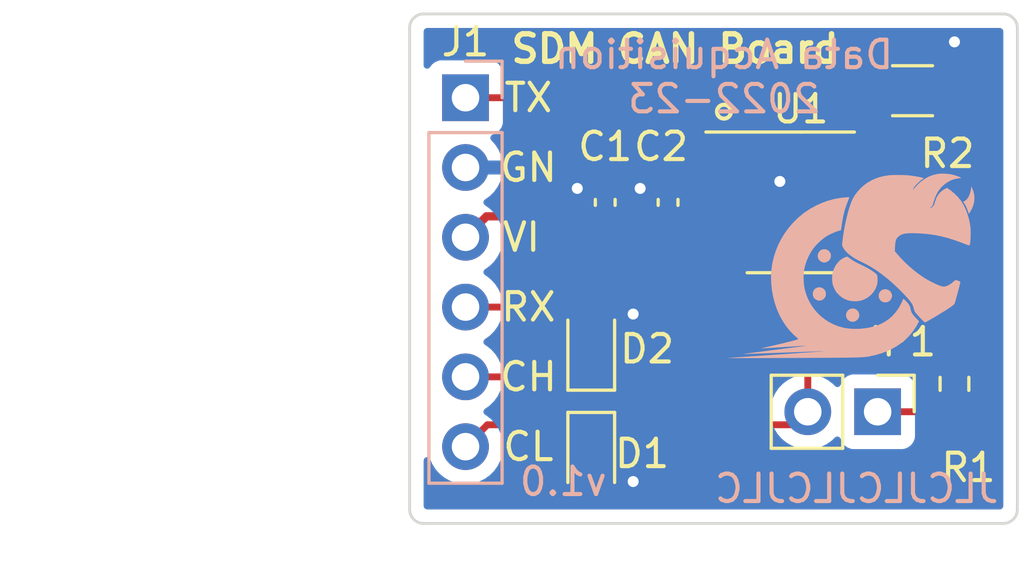
<source format=kicad_pcb>
(kicad_pcb (version 20211014) (generator pcbnew)
  (title_block (title "SDM Can Board") (date "2022-10-03") (rev "v1.0") (company "Sun Devil Motorsports Data Acquisition"))
  (layers (0 "F.Cu" signal) (31 "B.Cu" signal) (34 "B.Paste" user) (35 "F.Paste" user) (36 "B.SilkS" user "B.Silkscreen") (37 "F.SilkS" user "F.Silkscreen") (38 "B.Mask" user) (39 "F.Mask" user) (44 "Edge.Cuts" user))
  (net 0 "")
  (net 1 "+3V3")
  (net 2 "GND")
  (net 3 "/CTX")
  (net 4 "/CRX")
  (net 5 "/CANH")
  (net 6 "/CANL")
  (net 7 "Net-(JP1-Pad1)")
  (net 9 "Net-(R2-Pad1)")
  (footprint "Connector_PinHeader_2.54mm:PinHeader_1x02_P2.54mm_Vertical" (layer "F.Cu") (at 157.734 123.698 -90)
    (fp_text reference "JP1" (at -2.54 -0.762 180) (layer "F.SilkS"))
    (fp_text value "Bus_Termination")
    (fp_line (start -1.33 1.27) (end -1.33 3.87) (layer "F.SilkS") (width 0.12))
    (fp_line (start -1.33 3.87) (end 1.33 3.87) (layer "F.SilkS") (width 0.12))
    (fp_line (start 1.33 1.27) (end 1.33 3.87) (layer "F.SilkS") (width 0.12))
    (fp_line (start -1.33 0) (end -1.33 -1.33) (layer "F.SilkS") (width 0.12))
    (fp_line (start -1.33 -1.33) (end 0 -1.33) (layer "F.SilkS") (width 0.12))
    (fp_line (start -1.33 1.27) (end 1.33 1.27) (layer "F.SilkS") (width 0.12))
    (pad "1" thru_hole rect (at 0 0 270) (size 1.7 1.7) (drill 1) (layers *.Cu *.Mask) (net 7 "Net-(JP1-Pad1)"))
    (pad "2" thru_hole oval (at 0 2.54 270) (size 1.7 1.7) (drill 1) (layers *.Cu *.Mask) (net 6 "/CANL"))
  )
  (footprint "Capacitor_SMD:C_0402_1005Metric" (layer "F.Cu") (at 147.828 116.078 90)
    (fp_text reference "C1" (at 2.032 0 180) (layer "F.SilkS"))
    (fp_text value "100nF")
    (fp_line (start -0.107836 -0.36) (end 0.107836 -0.36) (layer "F.SilkS") (width 0.12))
    (fp_line (start -0.107836 0.36) (end 0.107836 0.36) (layer "F.SilkS") (width 0.12))
    (pad "1" smd roundrect (at -0.48 0 90) (size 0.56 0.62) (layers "F.Cu" "F.Paste" "F.Mask") (net 1 "+3V3"))
    (pad "2" smd roundrect (at 0.48 0 90) (size 0.56 0.62) (layers "F.Cu" "F.Paste" "F.Mask") (net 2 "GND"))
  )
  (footprint "Resistor_SMD:R_1206_3216Metric" (layer "F.Cu") (at 159.004 112.014)
    (fp_text reference "R2" (at 1.27 2.286 180) (layer "F.SilkS"))
    (fp_text value "10k")
    (fp_line (start -0.727064 -0.91) (end 0.727064 -0.91) (layer "F.SilkS") (width 0.12))
    (fp_line (start -0.727064 0.91) (end 0.727064 0.91) (layer "F.SilkS") (width 0.12))
    (pad "1" smd roundrect (at -1.4625 0) (size 1.125 1.75) (layers "F.Cu" "F.Paste" "F.Mask") (roundrect_rratio 0.2222222222) (net 9 "Net-(R2-Pad1)"))
    (pad "2" smd roundrect (at 1.4625 0) (size 1.125 1.75) (layers "F.Cu" "F.Paste" "F.Mask") (roundrect_rratio 0.2222222222) (net 2 "GND"))
  )
  (footprint "Capacitor_SMD:C_0402_1005Metric" (layer "F.Cu") (at 150.114 116.078 90)
    (fp_text reference "C2" (at 2.032 -0.254 180) (layer "F.SilkS"))
    (fp_text value "100nF")
    (fp_line (start -0.107836 0.36) (end 0.107836 0.36) (layer "F.SilkS") (width 0.12))
    (fp_line (start -0.107836 -0.36) (end 0.107836 -0.36) (layer "F.SilkS") (width 0.12))
    (pad "1" smd roundrect (at -0.48 0 90) (size 0.56 0.62) (layers "F.Cu" "F.Paste" "F.Mask") (net 1 "+3V3"))
    (pad "2" smd roundrect (at 0.48 0 90) (size 0.56 0.62) (layers "F.Cu" "F.Paste" "F.Mask") (net 2 "GND"))
  )
  (footprint "Diode_SMD:D_SOD-323" (layer "F.Cu") (at 147.32 121.412 90)
    (fp_text reference "D2" (at 0 2.032 180) (layer "F.SilkS"))
    (fp_text value "D_TVS")
    (fp_line (start -1.5 0.85) (end 1.05 0.85) (layer "F.SilkS") (width 0.12))
    (fp_line (start -1.5 -0.85) (end 1.05 -0.85) (layer "F.SilkS") (width 0.12))
    (fp_line (start -1.5 -0.85) (end -1.5 0.85) (layer "F.SilkS") (width 0.12))
    (pad "1" smd rect (at -1.05 0 90) (size 0.6 0.45) (layers "F.Cu" "F.Paste" "F.Mask") (net 5 "/CANH"))
    (pad "2" smd rect (at 1.05 0 90) (size 0.6 0.45) (layers "F.Cu" "F.Paste" "F.Mask") (net 2 "GND"))
  )
  (footprint "Package_SO:SOIC-8_3.9x4.9mm_P1.27mm" (layer "F.Cu") (at 154.94 116.078)
    (fp_text reference "U1" (at 0 -3.4) (layer "F.SilkS"))
    (fp_text value "SN65HVD230")
    (fp_line (start 0 -2.56) (end 1.95 -2.56) (layer "F.SilkS") (width 0.12))
    (fp_line (start 0 2.56) (end 1.95 2.56) (layer "F.SilkS") (width 0.12))
    (fp_line (start 0 2.56) (end -1.95 2.56) (layer "F.SilkS") (width 0.12))
    (fp_line (start 0 -2.56) (end -3.45 -2.56) (layer "F.SilkS") (width 0.12))
    (pad "1" smd roundrect (at -2.475 -1.905) (size 1.95 0.6) (layers "F.Cu" "F.Paste" "F.Mask") (net 3 "/CTX"))
    (pad "2" smd roundrect (at -2.475 -0.635) (size 1.95 0.6) (layers "F.Cu" "F.Paste" "F.Mask") (net 2 "GND"))
    (pad "3" smd roundrect (at -2.475 0.635) (size 1.95 0.6) (layers "F.Cu" "F.Paste" "F.Mask") (net 1 "+3V3"))
    (pad "4" smd roundrect (at -2.475 1.905) (size 1.95 0.6) (layers "F.Cu" "F.Paste" "F.Mask") (net 4 "/CRX"))
    (pad "5" smd roundrect (at 2.475 1.905) (size 1.95 0.6) (layers "F.Cu" "F.Paste" "F.Mask"))
    (pad "6" smd roundrect (at 2.475 0.635) (size 1.95 0.6) (layers "F.Cu" "F.Paste" "F.Mask") (net 6 "/CANL"))
    (pad "7" smd roundrect (at 2.475 -0.635) (size 1.95 0.6) (layers "F.Cu" "F.Paste" "F.Mask") (net 5 "/CANH"))
    (pad "8" smd roundrect (at 2.475 -1.905) (size 1.95 0.6) (layers "F.Cu" "F.Paste" "F.Mask") (net 9 "Net-(R2-Pad1)"))
  )
  (footprint "Diode_SMD:D_SOD-323" (layer "F.Cu") (at 147.32 125.222 -90)
    (fp_text reference "D1" (at 0 -1.85 180) (layer "F.SilkS"))
    (fp_text value "D_TVS")
    (fp_line (start -1.5 -0.85) (end 1.05 -0.85) (layer "F.SilkS") (width 0.12))
    (fp_line (start -1.5 -0.85) (end -1.5 0.85) (layer "F.SilkS") (width 0.12))
    (fp_line (start -1.5 0.85) (end 1.05 0.85) (layer "F.SilkS") (width 0.12))
    (pad "1" smd rect (at -1.05 0 270) (size 0.6 0.45) (layers "F.Cu" "F.Paste" "F.Mask") (net 6 "/CANL"))
    (pad "2" smd rect (at 1.05 0 270) (size 0.6 0.45) (layers "F.Cu" "F.Paste" "F.Mask") (net 2 "GND"))
  )
  (footprint "Resistor_SMD:R_0603_1608Metric" (layer "F.Cu") (at 160.528 122.682 -90)
    (fp_text reference "R1" (at 3.048 -0.508) (layer "F.SilkS"))
    (fp_text value "120")
    (fp_line (start -0.237258 0.5225) (end 0.237258 0.5225) (layer "F.SilkS") (width 0.12))
    (fp_line (start -0.237258 -0.5225) (end 0.237258 -0.5225) (layer "F.SilkS") (width 0.12))
    (pad "1" smd roundrect (at -0.825 0 270) (size 0.8 0.95) (layers "F.Cu" "F.Paste" "F.Mask") (net 5 "/CANH"))
    (pad "2" smd roundrect (at 0.825 0 270) (size 0.8 0.95) (layers "F.Cu" "F.Paste" "F.Mask") (net 7 "Net-(JP1-Pad1)"))
  )
  (footprint "Connector_PinHeader_2.54mm:PinHeader_1x06_P2.54mm_Vertical" (layer "B.Cu") (at 142.748 112.268 180)
    (fp_text reference "J1" (at 0 2.032) (layer "F.SilkS"))
    (fp_text value "Conn_01x06_Male")
    (fp_line (start -1.33 1.33) (end 0 1.33) (layer "B.SilkS") (width 0.12))
    (fp_line (start -1.33 0) (end -1.33 1.33) (layer "B.SilkS") (width 0.12))
    (fp_line (start 1.33 -1.27) (end 1.33 -14.03) (layer "B.SilkS") (width 0.12))
    (fp_line (start -1.33 -1.27) (end -1.33 -14.03) (layer "B.SilkS") (width 0.12))
    (fp_line (start -1.33 -1.27) (end 1.33 -1.27) (layer "B.SilkS") (width 0.12))
    (fp_line (start -1.33 -14.03) (end 1.33 -14.03) (layer "B.SilkS") (width 0.12))
    (pad "1" thru_hole rect (at 0 0 180) (size 1.7 1.7) (drill 1) (layers *.Cu *.Mask) (net 3 "/CTX"))
    (pad "2" thru_hole oval (at 0 -2.54 180) (size 1.7 1.7) (drill 1) (layers *.Cu *.Mask) (net 2 "GND"))
    (pad "3" thru_hole oval (at 0 -5.08 180) (size 1.7 1.7) (drill 1) (layers *.Cu *.Mask) (net 1 "+3V3"))
    (pad "4" thru_hole oval (at 0 -7.62 180) (size 1.7 1.7) (drill 1) (layers *.Cu *.Mask) (net 4 "/CRX"))
    (pad "5" thru_hole oval (at 0 -10.16 180) (size 1.7 1.7) (drill 1) (layers *.Cu *.Mask) (net 5 "/CANH"))
    (pad "6" thru_hole oval (at 0 -12.7 180) (size 1.7 1.7) (drill 1) (layers *.Cu *.Mask) (net 6 "/CANL"))
  )
  (footprint "SDM:Logo" (layer "B.Cu") (at 156.718 118.364 180)
    (fp_text reference "G***" hide)
    (fp_text value "LOGO" hide)
    (fp_poly (pts (xy -1.224115 -0.881455) (xy -1.162626 -0.907977) (xy -1.112362 -0.951726) (xy -1.078811 -1.003058) (xy -1.056743 -1.068649) (xy -1.053429 -1.135127) (xy -1.067579 -1.198941) (xy -1.097906 -1.256538) (xy -1.143121 -1.304367) (xy -1.200383 -1.338233) (xy -1.24403 -1.349308) (xy -1.297602 -1.352816) (xy -1.35155 -1.348605) (xy -1.383883 -1.341158) (xy -1.426851 -1.318535) (xy -1.468399 -1.281416) (xy -1.503066 -1.235746) (xy -1.525393 -1.18747) (xy -1.525563 -1.186901) (xy -1.537297 -1.141712) (xy -1.540677 -1.106489) (xy -1.535413 -1.071989) (xy -1.521217 -1.028965) (xy -1.52057 -1.027229) (xy -1.487226 -0.965737) (xy -1.439684 -0.918587) (xy -1.380184 -0.887314) (xy -1.310966 -0.873456) (xy -1.295589 -0.872904)) (layer "B.SilkS") (width 0) (fill solid))
    (fp_poly (pts (xy 0.10462 0.309346) (xy 0.133154 0.301055) (xy 0.15935 0.292449) (xy 0.254099 0.249147) (xy 0.342445 0.18766) (xy 0.42269 0.110104) (xy 0.493136 0.018591) (xy 0.552086 -0.084764) (xy 0.597844 -0.197847) (xy 0.621449 -0.283132) (xy 0.633416 -0.357156) (xy 0.639274 -0.441205) (xy 0.639111 -0.528294) (xy 0.63301 -0.611441) (xy 0.62106 -0.68366) (xy 0.616288 -0.702357) (xy 0.594763 -0.766722) (xy 0.566235 -0.835563) (xy 0.53428 -0.901051) (xy 0.502474 -0.955356) (xy 0.497207 -0.963102) (xy 0.463326 -1.005736) (xy 0.418445 -1.054274) (xy 0.36866 -1.10271) (xy 0.320069 -1.14504) (xy 0.287775 -1.169373) (xy 0.180612 -1.232558) (xy 0.070483 -1.277214) (xy -0.045514 -1.30409) (xy -0.170279 -1.31394) (xy -0.26046 -1.311371) (xy -0.384787 -1.293061) (xy -0.503562 -1.255937) (xy -0.614837 -1.201595) (xy -0.716666 -1.13163) (xy -0.807105 -1.047637) (xy -0.884207 -0.951213) (xy -0.946026 -0.843951) (xy -0.990616 -0.727447) (xy -0.995917 -0.708449) (xy -1.005081 -0.660121) (xy -1.011071 -0.600265) (xy -1.013769 -0.535404) (xy -1.013059 -0.472057) (xy -1.008825 -0.416746) (xy -1.001801 -0.378854) (xy -0.993532 -0.356887) (xy -0.980207 -0.335715) (xy -0.95937 -0.313036) (xy -0.928564 -0.28655) (xy -0.885335 -0.253955) (xy -0.827226 -0.21295) (xy -0.817843 -0.206461) (xy -0.709567 -0.137411) (xy -0.582085 -0.066337) (xy -0.436839 0.005973) (xy -0.380841 0.03199) (xy -0.261619 0.089465) (xy -0.158401 0.146091) (xy -0.06665 0.204512) (xy 0.003705 0.255993) (xy 0.037659 0.281361) (xy 0.066219 0.300842) (xy 0.084905 0.311455) (xy 0.088709 0.312551)) (layer "B.SilkS") (width 0) (fill solid))
    (fp_poly (pts (xy -4.410053 2.775514) (xy -4.386743 2.657012) (xy -4.35352 2.554398) (xy -4.310786 2.468425) (xy -4.258946 2.399844) (xy -4.198404 2.349406) (xy -4.173257 2.33518) (xy -4.12568 2.31142) (xy -4.157813 2.264716) (xy -4.214815 2.168953) (xy -4.266009 2.055519) (xy -4.311907 1.923241) (xy -4.322716 1.886735) (xy -4.327321 1.874802) (xy -4.333596 1.873502) (xy -4.344461 1.884972) (xy -4.362838 1.911352) (xy -4.369024 1.920641) (xy -4.4412 2.045816) (xy -4.493399 2.173211) (xy -4.525534 2.30185) (xy -4.537514 2.430756) (xy -4.529251 2.558954) (xy -4.500654 2.685465) (xy -4.451635 2.809315) (xy -4.450572 2.8115) (xy -4.423309 2.867339)) (layer "B.SilkS") (width 0) (fill solid))
    (fp_poly (pts (xy 0.054207 2.475525) (xy 0.096459 2.472801) (xy 0.148124 2.468592) (xy 0.205442 2.463232) (xy 0.264654 2.457054) (xy 0.322003 2.450392) (xy 0.37373 2.443579) (xy 0.381363 2.442478) (xy 0.591632 2.40209) (xy 0.803664 2.342778) (xy 1.014336 2.265874) (xy 1.220525 2.172709) (xy 1.419107 2.064615) (xy 1.606958 1.942924) (xy 1.682251 1.887817) (xy 1.870859 1.731844) (xy 2.045632 1.561286) (xy 2.205757 1.377475) (xy 2.350421 1.181742) (xy 2.478811 0.975422) (xy 2.590115 0.759844) (xy 2.68352 0.536343) (xy 2.758212 0.30625) (xy 2.813379 0.070898) (xy 2.822858 0.018289) (xy 2.851057 -0.205538) (xy 2.861104 -0.435936) (xy 2.853421 -0.670034) (xy 2.828431 -0.904962) (xy 2.786555 -1.137847) (xy 2.728216 -1.365818) (xy 2.653836 -1.586004) (xy 2.563837 -1.795533) (xy 2.552903 -1.818006) (xy 2.443427 -2.019564) (xy 2.321277 -2.205635) (xy 2.186922 -2.375609) (xy 2.040825 -2.528881) (xy 1.935217 -2.623083) (xy 1.904771 -2.649953) (xy 1.882842 -2.67222) (xy 1.87263 -2.686491) (xy 1.872707 -2.689397) (xy 1.888947 -2.697697) (xy 1.924322 -2.710044) (xy 1.97759 -2.726123) (xy 2.04751 -2.745621) (xy 2.132841 -2.768221) (xy 2.232343 -2.793611) (xy 2.344775 -2.821474) (xy 2.468895 -2.851497) (xy 2.603462 -2.883365) (xy 2.747236 -2.916762) (xy 2.898977 -2.951375) (xy 2.961065 -2.965364) (xy 3.032333 -2.981475) (xy 3.096283 -2.996142) (xy 3.150294 -3.008745) (xy 3.191746 -3.018668) (xy 3.218017 -3.025292) (xy 3.226518 -3.02798) (xy 3.215981 -3.027752) (xy 3.18632 -3.0263) (xy 3.139203 -3.023722) (xy 3.076302 -3.020117) (xy 2.999285 -3.015585) (xy 2.909822 -3.010223) (xy 2.809583 -3.004133) (xy 2.700239 -2.997411) (xy 2.583459 -2.990158) (xy 2.494985 -2.984616) (xy 2.326333 -2.974013) (xy 2.177614 -2.964675) (xy 2.047966 -2.956571) (xy 1.936524 -2.94967) (xy 1.842426 -2.943941) (xy 1.764808 -2.939354) (xy 1.702808 -2.935878) (xy 1.655563 -2.933482) (xy 1.622209 -2.932136) (xy 1.601882 -2.931809) (xy 1.593721 -2.93247) (xy 1.596861 -2.934088) (xy 1.61044 -2.936633) (xy 1.633594 -2.940074) (xy 1.66546 -2.944381) (xy 1.705176 -2.949522) (xy 1.751877 -2.955467) (xy 1.781542 -2.959236) (xy 1.841841 -2.966937) (xy 1.917373 -2.976634) (xy 2.002711 -2.987627) (xy 2.092427 -2.999217) (xy 2.181093 -3.010703) (xy 2.229532 -3.016994) (xy 2.307435 -3.027117) (xy 2.401194 -3.039289) (xy 2.506002 -3.052888) (xy 2.617049 -3.06729) (xy 2.729529 -3.08187) (xy 2.838632 -3.096007) (xy 2.906727 -3.104825) (xy 3.010832 -3.118307) (xy 3.121403 -3.132631) (xy 3.233652 -3.147176) (xy 3.342791 -3.161323) (xy 3.444032 -3.17445) (xy 3.532587 -3.185936) (xy 3.5822 -3.192375) (xy 3.67226 -3.204297) (xy 3.745813 -3.214515) (xy 3.802263 -3.22292) (xy 3.841014 -3.229402) (xy 3.861471 -3.233849) (xy 3.863037 -3.236153) (xy 3.845118 -3.236202) (xy 3.807118 -3.233887) (xy 3.806135 -3.233814) (xy 3.782715 -3.232492) (xy 3.741017 -3.230571) (xy 3.683588 -3.228151) (xy 3.612972 -3.225334) (xy 3.531718 -3.222219) (xy 3.44237 -3.218908) (xy 3.347477 -3.215501) (xy 3.302625 -3.213928) (xy 3.095988 -3.206711) (xy 2.893019 -3.199576) (xy 2.694824 -3.192562) (xy 2.502513 -3.185712) (xy 2.317193 -3.179066) (xy 2.139975 -3.172666) (xy 1.971964 -3.166551) (xy 1.814271 -3.160763) (xy 1.668003 -3.155343) (xy 1.53427 -3.150332) (xy 1.414178 -3.145772) (xy 1.308837 -3.141702) (xy 1.219355 -3.138163) (xy 1.146841 -3.135198) (xy 1.092402 -3.132847) (xy 1.057148 -3.13115) (xy 1.047368 -3.13058) (xy 1.007081 -3.128493) (xy 0.976906 -3.128027) (xy 0.961091 -3.129193) (xy 0.959922 -3.130417) (xy 0.971012 -3.132058) (xy 1.001311 -3.134986) (xy 1.049239 -3.139079) (xy 1.113215 -3.144218) (xy 1.191659 -3.150283) (xy 1.282992 -3.157155) (xy 1.385632 -3.164713) (xy 1.498 -3.172837) (xy 1.618515 -3.181407) (xy 1.745597 -3.190305) (xy 1.787861 -3.193234) (xy 1.923306 -3.202607) (xy 2.05755 -3.211919) (xy 2.188424 -3.221016) (xy 2.313756 -3.229747) (xy 2.431374 -3.23796) (xy 2.539109 -3.245504) (xy 2.634788 -3.252226) (xy 2.716242 -3.257975) (xy 2.781298 -3.262599) (xy 2.827786 -3.265946) (xy 2.828589 -3.266004) (xy 2.878191 -3.269568) (xy 2.946064 -3.274364) (xy 3.029692 -3.280219) (xy 3.126555 -3.286958) (xy 3.234137 -3.294407) (xy 3.349919 -3.302392) (xy 3.471385 -3.310737) (xy 3.596016 -3.31927) (xy 3.721294 -3.327816) (xy 3.734988 -3.328748) (xy 3.853149 -3.336824) (xy 3.965512 -3.344572) (xy 4.070296 -3.351865) (xy 4.165721 -3.358575) (xy 4.250005 -3.364576) (xy 4.321367 -3.369739) (xy 4.378027 -3.373939) (xy 4.418204 -3.377048) (xy 4.440116 -3.378938) (xy 4.443437 -3.379337) (xy 4.444035 -3.380007) (xy 4.437646 -3.380601) (xy 4.423621 -3.38112) (xy 4.401315 -3.381562) (xy 4.37008 -3.381925) (xy 4.32927 -3.382209) (xy 4.278238 -3.382412) (xy 4.216337 -3.382534) (xy 4.142921 -3.382573) (xy 4.057343 -3.382528) (xy 3.958955 -3.382398) (xy 3.847112 -3.382181) (xy 3.721166 -3.381877) (xy 3.580471 -3.381485) (xy 3.424381 -3.381003) (xy 3.252247 -3.38043) (xy 3.063423 -3.379765) (xy 2.857264 -3.379007) (xy 2.633121 -3.378154) (xy 2.390348 -3.377206) (xy 2.128299 -3.376162) (xy 1.846327 -3.37502) (xy 1.724241 -3.374521) (xy 1.473133 -3.373472) (xy 1.241921 -3.372455) (xy 1.02966 -3.371449) (xy 0.83541 -3.370434) (xy 0.658228 -3.36939) (xy 0.497172 -3.368297) (xy 0.351301 -3.367134) (xy 0.219671 -3.365882) (xy 0.101341 -3.36452) (xy -0.004631 -3.363028) (xy -0.099187 -3.361386) (xy -0.18327 -3.359574) (xy -0.257821 -3.357571) (xy -0.323784 -3.355358) (xy -0.382098 -3.352914) (xy -0.433708 -3.350218) (xy -0.479555 -3.347252) (xy -0.520581 -3.343995) (xy -0.557728 -3.340425) (xy -0.591938 -3.336525) (xy -0.624154 -3.332272) (xy -0.655317 -3.327647) (xy -0.68449 -3.322944) (xy -0.918889 -3.2751) (xy -1.14201 -3.211551) (xy -1.353215 -3.132717) (xy -1.551869 -3.039019) (xy -1.737336 -2.930876) (xy -1.90898 -2.80871) (xy -2.066163 -2.672941) (xy -2.208251 -2.523989) (xy -2.334606 -2.362275) (xy -2.444593 -2.188219) (xy -2.469129 -2.143445) (xy -2.523249 -2.041731) (xy -2.456049 -1.971542) (xy -2.392057 -1.903659) (xy -2.341399 -1.846937) (xy -2.30215 -1.798349) (xy -2.272387 -1.754868) (xy -2.250182 -1.713464) (xy -2.233613 -1.671112) (xy -2.220753 -1.624783) (xy -2.213157 -1.589527) (xy -2.201096 -1.536771) (xy -2.186819 -1.495419) (xy -2.166496 -1.4561) (xy -2.144525 -1.421625) (xy -2.118749 -1.386485) (xy -2.087181 -1.348487) (xy -2.052886 -1.310716) (xy -2.018926 -1.276258) (xy -1.988366 -1.248198) (xy -1.964269 -1.229621) (xy -1.949699 -1.223614) (xy -1.948371 -1.224076) (xy -1.93959 -1.23683) (xy -1.929137 -1.261459) (xy -1.926706 -1.268582) (xy -1.911487 -1.307681) (xy -1.887852 -1.3592) (xy -1.858507 -1.417935) (xy -1.826154 -1.478685) (xy -1.793496 -1.536246) (xy -1.763238 -1.585417) (xy -1.757709 -1.593791) (xy -1.653469 -1.734388) (xy -1.54039 -1.857276) (xy -1.416101 -1.964554) (xy -1.278232 -2.058322) (xy -1.159396 -2.123607) (xy -1.024616 -2.181959) (xy -0.874913 -2.23048) (xy -0.713948 -2.268761) (xy -0.545382 -2.296392) (xy -0.372877 -2.312966) (xy -0.200094 -2.318071) (xy -0.030695 -2.3113) (xy 0.131658 -2.292243) (xy 0.213577 -2.277026) (xy 0.398919 -2.2273) (xy 0.576382 -2.159028) (xy 0.744808 -2.07336) (xy 0.903036 -1.971449) (xy 1.049907 -1.854444) (xy 1.184263 -1.723499) (xy 1.304942 -1.579763) (xy 1.410787 -1.424389) (xy 1.500638 -1.258527) (xy 1.573335 -1.083329) (xy 1.627719 -0.899946) (xy 1.635788 -0.864725) (xy 1.657646 -0.738839) (xy 1.671076 -0.603554) (xy 1.675995 -0.464878) (xy 1.672323 -0.328821) (xy 1.659976 -0.201391) (xy 1.645975 -0.119811) (xy 1.605204 0.037093) (xy 1.549387 0.194742) (xy 1.480939 0.347582) (xy 1.402274 0.490055) (xy 1.340426 0.583429) (xy 1.25816 0.68712) (xy 1.160884 0.791519) (xy 1.053677 0.891791) (xy 0.941614 0.983101) (xy 0.859516 1.041415) (xy 0.787046 1.084911) (xy 0.700394 1.129587) (xy 0.605844 1.172697) (xy 0.509677 1.211496) (xy 0.418175 1.243237) (xy 0.359434 1.259996) (xy 0.31776 1.270526) (xy 0.283893 1.492175) (xy 0.261405 1.631692) (xy 0.238723 1.754989) (xy 0.214645 1.866655) (xy 0.187969 1.971282) (xy 0.157493 2.073461) (xy 0.122016 2.177782) (xy 0.080337 2.288837) (xy 0.065482 2.326573) (xy 0.045757 2.377258) (xy 0.029613 2.420765) (xy 0.018287 2.453604) (xy 0.013009 2.472284) (xy 0.012972 2.475182) (xy 0.025125 2.47643)) (layer "B.SilkS") (width 0) (fill solid))
    (fp_poly (pts (xy -0.045447 -1.582187) (xy 0.010971 -1.60497) (xy 0.06099 -1.642811) (xy 0.101425 -1.695936) (xy 0.112111 -1.716834) (xy 0.131572 -1.781842) (xy 0.132511 -1.846648) (xy 0.116748 -1.908098) (xy 0.0861 -1.963037) (xy 0.042387 -2.008311) (xy -0.012575 -2.040765) (xy -0.076966 -2.057245) (xy -0.084502 -2.057944) (xy -0.121729 -2.058857) (xy -0.154306 -2.056391) (xy -0.166762 -2.053711) (xy -0.23422 -2.022265) (xy -0.287635 -1.978091) (xy -0.325551 -1.923747) (xy -0.346514 -1.86179) (xy -0.34907 -1.794779) (xy -0.33996 -1.748997) (xy -0.312036 -1.686196) (xy -0.271402 -1.637092) (xy -0.22124 -1.601913) (xy -0.164737 -1.580885) (xy -0.105078 -1.574234)) (layer "B.SilkS") (width 0) (fill solid))
    (fp_poly (pts (xy 1.192618 -0.81913) (xy 1.25046 -0.851605) (xy 1.278327 -0.876592) (xy 1.317653 -0.930602) (xy 1.339 -0.992421) (xy 1.34397 -1.048632) (xy 1.334484 -1.118771) (xy 1.307131 -1.179693) (xy 1.263574 -1.229158) (xy 1.205472 -1.264924) (xy 1.175532 -1.275804) (xy 1.125977 -1.287901) (xy 1.085905 -1.290205) (xy 1.046426 -1.282748) (xy 1.026812 -1.276333) (xy 0.974759 -1.251845) (xy 0.932519 -1.216907) (xy 0.901359 -1.178243) (xy 0.883938 -1.150253) (xy 0.87372 -1.122552) (xy 0.868339 -1.087032) (xy 0.866444 -1.058462) (xy 0.868289 -0.994646) (xy 0.882773 -0.942852) (xy 0.912423 -0.896885) (xy 0.94658 -0.862103) (xy 1.002116 -0.825072) (xy 1.064359 -0.805685) (xy 1.129222 -0.803764)) (layer "B.SilkS") (width 0) (fill solid))
    (fp_poly (pts (xy -3.310822 3.332449) (xy -3.209587 3.323845) (xy -3.178505 3.319096) (xy -3.025333 3.281942) (xy -2.877694 3.224865) (xy -2.736156 3.148179) (xy -2.601287 3.052198) (xy -2.473656 2.937234) (xy -2.457735 2.921025) (xy -2.4197 2.880581) (xy -2.384252 2.840768) (xy -2.355599 2.80644) (xy -2.339143 2.784311) (xy -2.322087 2.759141) (xy -2.310155 2.743101) (xy -2.307013 2.740033) (xy -2.305647 2.748236) (xy -2.311955 2.769093) (xy -2.323618 2.796975) (xy -2.338312 2.826255) (xy -2.351708 2.848412) (xy -2.379572 2.884086) (xy -2.419482 2.928351) (xy -2.467067 2.976968) (xy -2.517953 3.025698) (xy -2.56777 3.070303) (xy -2.612144 3.106544) (xy -2.634651 3.122719) (xy -2.667062 3.145934) (xy -2.685303 3.162775) (xy -2.687463 3.17144) (xy -2.686682 3.171802) (xy -2.637546 3.186297) (xy -2.571918 3.201847) (xy -2.494067 3.217704) (xy -2.408258 3.233119) (xy -2.318761 3.247343) (xy -2.229841 3.259627) (xy -2.145767 3.269224) (xy -2.11493 3.272101) (xy -2.050449 3.276478) (xy -1.97335 3.279794) (xy -1.887693 3.282047) (xy -1.797533 3.283237) (xy -1.706931 3.283365) (xy -1.619942 3.28243) (xy -1.540625 3.280433) (xy -1.473037 3.277373) (xy -1.421237 3.273251) (xy -1.41169 3.272114) (xy -1.233438 3.242398) (xy -1.069894 3.201032) (xy -0.917746 3.146827) (xy -0.773681 3.078593) (xy -0.634388 2.995142) (xy -0.62757 2.990602) (xy -0.505531 2.899343) (xy -0.390524 2.794502) (xy -0.285707 2.67965) (xy -0.194235 2.558358) (xy -0.119268 2.434198) (xy -0.097876 2.391491) (xy -0.056928 2.296059) (xy -0.015499 2.182518) (xy 0.025769 2.053567) (xy 0.066232 1.911904) (xy 0.105246 1.760227) (xy 0.142168 1.601235) (xy 0.176355 1.437624) (xy 0.207162 1.272095) (xy 0.233947 1.107343) (xy 0.256066 0.946069) (xy 0.264833 0.870719) (xy 0.270988 0.812701) (xy 0.274631 0.771124) (xy 0.275672 0.741733) (xy 0.27402 0.720271) (xy 0.269587 0.702485) (xy 0.262283 0.684119) (xy 0.260824 0.680803) (xy 0.212718 0.594553) (xy 0.145298 0.508263) (xy 0.060049 0.423198) (xy -0.041547 0.340629) (xy -0.158007 0.261821) (xy -0.287847 0.188044) (xy -0.354225 0.154916) (xy -0.416624 0.124867) (xy -0.479368 0.094278) (xy -0.537256 0.065709) (xy -0.585088 0.04172) (xy -0.609475 0.029198) (xy -0.795774 -0.076063) (xy -0.987186 -0.199616) (xy -1.181979 -0.340076) (xy -1.37842 -0.496056) (xy -1.574776 -0.666169) (xy -1.769316 -0.849029) (xy -1.960306 -1.043248) (xy -1.993236 -1.078302) (xy -2.069986 -1.161458) (xy -2.133298 -1.232451) (xy -2.184716 -1.293601) (xy -2.225781 -1.347231) (xy -2.258035 -1.395661) (xy -2.28302 -1.441213) (xy -2.302279 -1.486207) (xy -2.317353 -1.532964) (xy -2.329785 -1.583806) (xy -2.330126 -1.585387) (xy -2.342681 -1.63409) (xy -2.35895 -1.673345) (xy -2.383452 -1.712933) (xy -2.39879 -1.734028) (xy -2.421249 -1.761947) (xy -2.452742 -1.798277) (xy -2.490795 -1.840446) (xy -2.532933 -1.88588) (xy -2.576682 -1.932005) (xy -2.619566 -1.976248) (xy -2.65911 -2.016035) (xy -2.69284 -2.048792) (xy -2.718281 -2.071947) (xy -2.732958 -2.082924) (xy -2.734824 -2.083464) (xy -2.750535 -2.078499) (xy -2.774594 -2.067283) (xy -2.776497 -2.066283) (xy -2.843673 -2.0297) (xy -2.92366 -1.984504) (xy -3.013165 -1.932685) (xy -3.108897 -1.876237) (xy -3.207564 -1.817151) (xy -3.305871 -1.75742) (xy -3.400528 -1.699034) (xy -3.488243 -1.643987) (xy -3.565722 -1.594271) (xy -3.629673 -1.551876) (xy -3.651641 -1.536779) (xy -3.710126 -1.495183) (xy -3.753714 -1.461567) (xy -3.785173 -1.432855) (xy -3.807267 -1.405972) (xy -3.822764 -1.377841) (xy -3.834428 -1.345387) (xy -3.839273 -1.328143) (xy -3.846868 -1.299735) (xy -3.859036 -1.2544) (xy -3.874921 -1.195326) (xy -3.893662 -1.125702) (xy -3.914403 -1.048717) (xy -3.936286 -0.96756) (xy -3.944182 -0.93829) (xy -3.965037 -0.860052) (xy -3.983749 -0.788029) (xy -3.999699 -0.724744) (xy -4.012271 -0.672718) (xy -4.020849 -0.634474) (xy -4.024814 -0.612535) (xy -4.024875 -0.608469) (xy -4.011771 -0.596088) (xy -3.984292 -0.581239) (xy -3.948306 -0.566396) (xy -3.909678 -0.554034) (xy -3.880408 -0.547527) (xy -3.859763 -0.545042) (xy -3.842861 -0.547033) (xy -3.824955 -0.555869) (xy -3.801296 -0.573921) (xy -3.767136 -0.60356) (xy -3.765806 -0.604735) (xy -3.688162 -0.666958) (xy -3.610938 -0.716701) (xy -3.536715 -0.752752) (xy -3.468075 -0.773893) (xy -3.407598 -0.778912) (xy -3.397633 -0.777991) (xy -3.346704 -0.767094) (xy -3.281349 -0.745922) (xy -3.204417 -0.715849) (xy -3.118758 -0.678249) (xy -3.027223 -0.634496) (xy -2.932661 -0.585964) (xy -2.837922 -0.534025) (xy -2.745857 -0.480055) (xy -2.659315 -0.425427) (xy -2.641058 -0.413295) (xy -2.487505 -0.304242) (xy -2.331983 -0.182538) (xy -2.178274 -0.051631) (xy -2.03016 0.08503) (xy -1.891423 0.223995) (xy -1.765845 0.361817) (xy -1.687058 0.456691) (xy -1.642919 0.512274) (xy -1.64974 0.677744) (xy -1.655803 0.771912) (xy -1.666298 0.848698) (xy -1.682537 0.911324) (xy -1.705833 0.96301) (xy -1.737499 1.006976) (xy -1.778847 1.046443) (xy -1.809513 1.069776) (xy -1.856394 1.098825) (xy -1.908373 1.122056) (xy -1.96785 1.139859) (xy -2.037223 1.152623) (xy -2.118895 1.16074) (xy -2.215263 1.164598) (xy -2.328729 1.164589) (xy -2.385808 1.163432) (xy -2.626811 1.152295) (xy -2.858596 1.130867) (xy -3.084772 1.098384) (xy -3.308946 1.054085) (xy -3.534726 0.997209) (xy -3.765722 0.926994) (xy -4.00554 0.842678) (xy -4.128256 0.795635) (xy -4.188578 0.772214) (xy -4.242875 0.751676) (xy -4.287957 0.735183) (xy -4.320632 0.723899) (xy -4.337712 0.718986) (xy -4.338861 0.718868) (xy -4.356015 0.727094) (xy -4.363927 0.737141) (xy -4.373066 0.765054) (xy -4.381064 0.810413) (xy -4.387805 0.869853) (xy -4.393172 0.940007) (xy -4.397047 1.017511) (xy -4.399313 1.098998) (xy -4.399853 1.181104) (xy -4.398551 1.260462) (xy -4.395289 1.333706) (xy -4.38995 1.397473) (xy -4.387573 1.416899) (xy -4.358698 1.585597) (xy -4.318603 1.750986) (xy -4.268457 1.909886) (xy -4.209427 2.059117) (xy -4.142681 2.195499) (xy -4.069387 2.31585) (xy -4.044791 2.35039) (xy -3.941119 2.476398) (xy -3.822062 2.596957) (xy -3.69307 2.706859) (xy -3.603176 2.772363) (xy -3.538312 2.816411) (xy -3.464747 2.778471) (xy -3.363425 2.715706) (xy -3.277385 2.63953) (xy -3.206116 2.549282) (xy -3.149108 2.4443) (xy -3.105849 2.323923) (xy -3.101182 2.307005) (xy -3.088043 2.26109) (xy -3.074515 2.219192) (xy -3.062825 2.188037) (xy -3.059075 2.179919) (xy -3.030289 2.141823) (xy -2.988996 2.108354) (xy -2.943443 2.085969) (xy -2.936448 2.083885) (xy -2.915311 2.078852) (xy -2.912091 2.080499) (xy -2.921146 2.08691) (xy -2.957768 2.113186) (xy -2.989641 2.141616) (xy -3.010493 2.166508) (xy -3.012282 2.169585) (xy -3.019903 2.188767) (xy -3.030785 2.222331) (xy -3.043092 2.264455) (xy -3.048877 2.285668) (xy -3.097625 2.439957) (xy -3.157821 2.578184) (xy -3.230577 2.702379) (xy -3.317006 2.814572) (xy -3.369741 2.870866) (xy -3.478079 2.965316) (xy -3.596722 3.043026) (xy -3.723533 3.102964) (xy -3.856377 3.144095) (xy -3.97461 3.163717) (xy -4.010377 3.168209) (xy -4.038574 3.173377) (xy -4.050558 3.177047) (xy -4.049108 3.183983) (xy -4.030701 3.195555) (xy -3.99839 3.210589) (xy -3.955227 3.227911) (xy -3.904267 3.246347) (xy -3.848562 3.264724) (xy -3.791165 3.281866) (xy -3.747656 3.293508) (xy -3.647351 3.313632) (xy -3.536547 3.327035) (xy -3.42209 3.33341)) (layer "B.SilkS") (width 0) (fill solid))
    (fp_poly (pts (xy 1.015718 0.566714) (xy 1.065516 0.537056) (xy 1.093084 0.512338) (xy 1.134719 0.457534) (xy 1.158386 0.397145) (xy 1.164968 0.334473) (xy 1.155345 0.272817) (xy 1.130396 0.215479) (xy 1.091004 0.16576) (xy 1.038048 0.126961) (xy 0.984536 0.105446) (xy 0.947444 0.096857) (xy 0.916681 0.095412) (xy 0.883409 0.101627) (xy 0.845931 0.113532) (xy 0.781189 0.145609) (xy 0.732118 0.191168) (xy 0.699471 0.249139) (xy 0.684002 0.318455) (xy 0.682789 0.344624) (xy 0.684166 0.386829) (xy 0.690572 0.418154) (xy 0.704562 0.448407) (xy 0.713905 0.464113) (xy 0.75847 0.520612) (xy 0.811157 0.558264) (xy 0.87324 0.577901) (xy 0.891765 0.58022) (xy 0.959534 0.580518)) (layer "B.SilkS") (width 0) (fill solid))
  )
  (gr_circle (center 152.146 112.776) (end 152.146 112.522) (layer "F.SilkS") (width 0.15) (fill none))
  (gr_line (start 162.306 109.22) (end 141.224 109.22) (layer "Edge.Cuts") (width 0.1))
  (gr_arc (start 162.306 109.22) (mid 162.66521 109.36879) (end 162.814 109.728) (layer "Edge.Cuts") (width 0.1))
  (gr_line (start 140.716 109.728) (end 140.716 127.254) (layer "Edge.Cuts") (width 0.1))
  (gr_line (start 162.814 127.254) (end 162.814 109.728) (layer "Edge.Cuts") (width 0.1))
  (gr_arc (start 141.224 127.762) (mid 140.86479 127.61321) (end 140.716 127.254) (layer "Edge.Cuts") (width 0.1))
  (gr_arc (start 140.716 109.728) (mid 140.86479 109.36879) (end 141.224 109.22) (layer "Edge.Cuts") (width 0.1))
  (gr_line (start 141.224 127.762) (end 162.306 127.762) (layer "Edge.Cuts") (width 0.1))
  (gr_arc (start 162.814 127.254) (mid 162.66521 127.61321) (end 162.306 127.762) (layer "Edge.Cuts") (width 0.1))
  (gr_text "JLCJLCJLCJLC" (at 156.972 126.492) (layer "B.SilkS") (effects (font (size 1 1)) (justify mirror)))
  (gr_text "v1.0\n" (at 146.304 126.238) (layer "B.SilkS") (effects (font (size 1 1)) (justify mirror)))
  (gr_text "Data Acquisition\n2022-23" (at 152.146 111.506) (layer "B.SilkS") (effects (font (size 1 1)) (justify mirror)))
  (gr_text "CH\n" (at 145.034 122.428) (layer "F.SilkS") (effects (font (size 1 1))))
  (gr_text "VI" (at 144.78 117.348) (layer "F.SilkS") (effects (font (size 1 1))))
  (gr_text "SDM CAN Board\n" (at 150.368 110.49) (layer "F.SilkS") (effects (font (size 1 1) (thickness 0.2))))
  (gr_text "RX" (at 145.034 119.888) (layer "F.SilkS") (effects (font (size 1 1))))
  (gr_text "CL" (at 145.034 124.968) (layer "F.SilkS") (effects (font (size 1 1))))
  (gr_text "GN" (at 145.034 114.808) (layer "F.SilkS") (effects (font (size 1 1))))
  (gr_text "TX" (at 145.034 112.268) (layer "F.SilkS") (effects (font (size 1 1))))
  (segment (start 143.51 116.586) (end 147.8 116.586) (width 0.3) (layer "F.Cu") (net 1))
  (segment (start 147.828 116.558) (end 150.114 116.558) (width 0.3) (layer "F.Cu") (net 1))
  (segment (start 142.748 117.348) (end 143.51 116.586) (width 0.3) (layer "F.Cu") (net 1))
  (segment (start 147.8 116.586) (end 147.828 116.558) (width 0.3) (layer "F.Cu") (net 1))
  (segment (start 152.31 116.558) (end 152.465 116.713) (width 0.3) (layer "F.Cu") (net 1))
  (segment (start 150.114 116.558) (end 152.31 116.558) (width 0.3) (layer "F.Cu") (net 1))
  (segment (start 150.086 115.57) (end 150.114 115.598) (width 0.5) (layer "F.Cu") (net 2))
  (segment (start 148.624 120.362) (end 148.844 120.142) (width 0.5) (layer "F.Cu") (net 2))
  (segment (start 154.051 115.443) (end 154.178 115.316) (width 0.5) (layer "F.Cu") (net 2))
  (segment (start 146.812 115.57) (end 147.8 115.57) (width 0.5) (layer "F.Cu") (net 2))
  (segment (start 149.098 115.57) (end 150.086 115.57) (width 0.5) (layer "F.Cu") (net 2))
  (segment (start 147.32 126.272) (end 148.81 126.272) (width 0.5) (layer "F.Cu") (net 2))
  (segment (start 148.81 126.272) (end 148.844 126.238) (width 0.5) (layer "F.Cu") (net 2))
  (segment (start 152.465 115.443) (end 154.051 115.443) (width 0.5) (layer "F.Cu") (net 2))
  (segment (start 160.4665 112.014) (end 160.4665 110.2975) (width 0.5) (layer "F.Cu") (net 2))
  (segment (start 160.4665 110.2975) (end 160.528 110.236) (width 0.5) (layer "F.Cu") (net 2))
  (segment (start 147.8 115.57) (end 147.828 115.598) (width 0.5) (layer "F.Cu") (net 2))
  (segment (start 147.32 120.362) (end 148.624 120.362) (width 0.5) (layer "F.Cu") (net 2))
  (via (at 149.098 115.57) (size 0.8) (drill 0.4) (layers "F.Cu" "B.Cu") (net 2))
  (via (at 160.528 110.236) (size 0.8) (drill 0.4) (layers "F.Cu" "B.Cu") (net 2))
  (via (at 148.844 120.142) (size 0.8) (drill 0.4) (layers "F.Cu" "B.Cu") (net 2))
  (via (at 146.812 115.57) (size 0.8) (drill 0.4) (layers "F.Cu" "B.Cu") (net 2))
  (via (at 154.178 115.316) (size 0.8) (drill 0.4) (layers "F.Cu" "B.Cu") (net 2))
  (via (at 148.844 126.238) (size 0.8) (drill 0.4) (layers "F.Cu" "B.Cu") (net 2))
  (segment (start 142.748 112.268) (end 150.56 112.268) (width 0.25) (layer "F.Cu") (net 3))
  (segment (start 150.56 112.268) (end 152.465 114.173) (width 0.25) (layer "F.Cu") (net 3))
  (segment (start 142.748 119.888) (end 145.288 119.888) (width 0.25) (layer "F.Cu") (net 4))
  (segment (start 145.288 119.888) (end 147.193 117.983) (width 0.25) (layer "F.Cu") (net 4))
  (segment (start 147.193 117.983) (end 152.465 117.983) (width 0.25) (layer "F.Cu") (net 4))
  (segment (start 147.286 122.428) (end 147.32 122.462) (width 0.25) (layer "F.Cu") (net 5))
  (segment (start 147.32 122.462) (end 152.112 122.462) (width 0.25) (layer "F.Cu") (net 5))
  (segment (start 154.94 119.634) (end 154.94 116.84) (width 0.25) (layer "F.Cu") (net 5))
  (segment (start 160.528 121.857) (end 160.528 116.332) (width 0.25) (layer "F.Cu") (net 5))
  (segment (start 152.112 122.462) (end 154.94 119.634) (width 0.25) (layer "F.Cu") (net 5))
  (segment (start 160.528 116.332) (end 159.639 115.443) (width 0.25) (layer "F.Cu") (net 5))
  (segment (start 154.94 116.84) (end 156.337 115.443) (width 0.25) (layer "F.Cu") (net 5))
  (segment (start 159.639 115.443) (end 157.415 115.443) (width 0.25) (layer "F.Cu") (net 5))
  (segment (start 156.337 115.443) (end 157.415 115.443) (width 0.25) (layer "F.Cu") (net 5))
  (segment (start 142.748 122.428) (end 147.286 122.428) (width 0.25) (layer "F.Cu") (net 5))
  (segment (start 155.194 121.92) (end 155.194 123.698) (width 0.25) (layer "F.Cu") (net 6))
  (segment (start 154.72 124.172) (end 155.194 123.698) (width 0.25) (layer "F.Cu") (net 6))
  (segment (start 157.415 116.713) (end 156.337 116.713) (width 0.25) (layer "F.Cu") (net 6))
  (segment (start 155.956 117.094) (end 155.956 121.158) (width 0.25) (layer "F.Cu") (net 6))
  (segment (start 155.956 121.158) (end 155.194 121.92) (width 0.25) (layer "F.Cu") (net 6))
  (segment (start 156.337 116.713) (end 155.956 117.094) (width 0.25) (layer "F.Cu") (net 6))
  (segment (start 147.32 124.172) (end 143.544 124.172) (width 0.25) (layer "F.Cu") (net 6))
  (segment (start 147.32 124.172) (end 154.72 124.172) (width 0.25) (layer "F.Cu") (net 6))
  (segment (start 143.544 124.172) (end 142.748 124.968) (width 0.25) (layer "F.Cu") (net 6))
  (segment (start 160.337 123.698) (end 160.528 123.507) (width 0.25) (layer "F.Cu") (net 7))
  (segment (start 157.734 123.698) (end 160.337 123.698) (width 0.25) (layer "F.Cu") (net 7))
  (segment (start 157.415 114.173) (end 157.415 113.349) (width 0.25) (layer "F.Cu") (net 9))
  (segment (start 157.415 113.349) (end 157.5415 113.2225) (width 0.25) (layer "F.Cu") (net 9))
  (segment (start 157.5415 113.2225) (end 157.5415 112.014) (width 0.25) (layer "F.Cu") (net 9))
  (zone (net 2) (net_name "GND") (layer "B.Cu") (connect_pads (clearance 0.508)) (min_thickness 0.254) (fill yes (thermal_gap 0.508) (thermal_bridge_width 0.508))
    (polygon (pts (xy 163.068 108.966) (xy 163.068 128.016) (xy 140.208 128.27) (xy 140.462 108.712)))
  )
)
</source>
